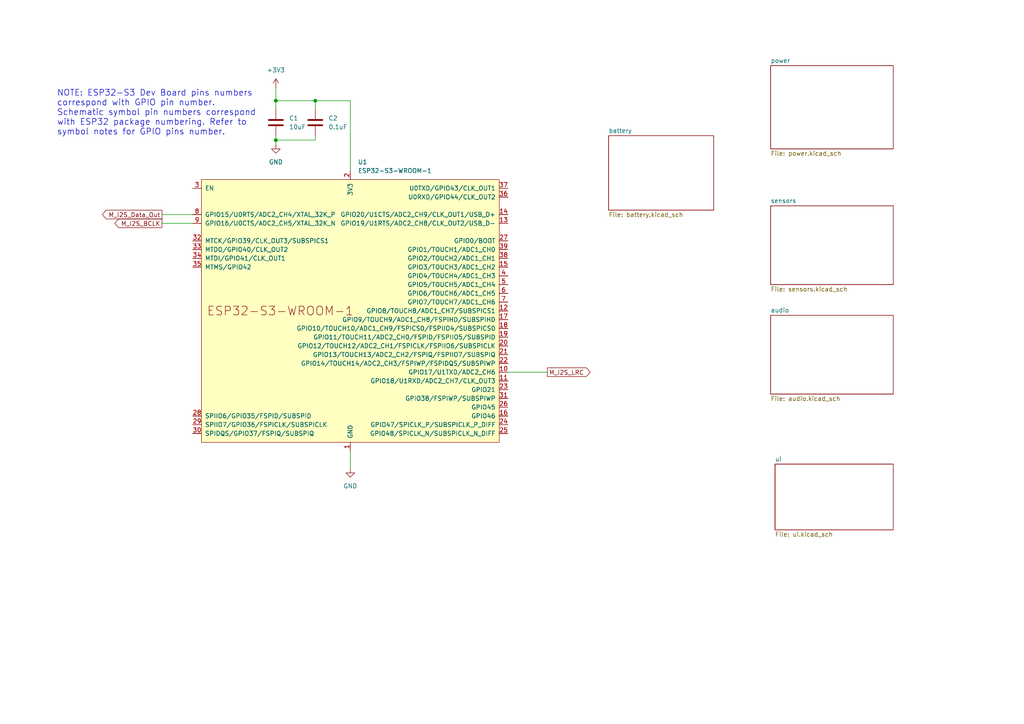
<source format=kicad_sch>
(kicad_sch (version 20230121) (generator eeschema)
  (paper "A4")
  (lib_symbols
    (symbol "Device:C" (pin_numbers hide) (pin_names (offset 0.254))
      (property "Reference" "C" (at 0.635 2.54 0))
      (property "Value" "C" (at 0.635 -2.54 0))
      (symbol "C_0_1"
        (polyline (pts (xy -2.032 -0.762) (xy 2.032 -0.762)) (stroke (width 0.508)))
        (polyline (pts (xy -2.032 0.762) (xy 2.032 0.762)) (stroke (width 0.508)))
      )
      (symbol "C_1_1"
        (pin passive line (at 0 3.81 270) (length 2.794) (name "~") (number "1"))
        (pin passive line (at 0 -3.81 90) (length 2.794) (name "~") (number "2"))
      )
    )
    (symbol "PCM_Espressif:ESP32-S3-WROOM-1" (pin_names (offset 1.016))
      (property "Reference" "U" (at -43.18 43.18 0))
      (property "Value" "ESP32-S3-WROOM-1" (at -43.18 40.64 0))
      (symbol "ESP32-S3-WROOM-1_0_0"
        (text "ESP32-S3-WROOM-1" (at -20.32 0 0) (effects (font (size 2.54 2.54))))
        (pin power_in line (at 0 -40.64 90) (length 2.54) (name "GND") (number "1"))
        (pin bidirectional line (at 45.72 -17.78 180) (length 2.54) (name "GPIO17/U1TXD/ADC2_CH6") (number "10"))
        (pin bidirectional line (at 45.72 -20.32 180) (length 2.54) (name "GPIO18/U1RXD/ADC2_CH7/CLK_OUT3") (number "11"))
        (pin bidirectional line (at 45.72 0 180) (length 2.54) (name "GPIO8/TOUCH8/ADC1_CH7/SUBSPICS1") (number "12"))
        (pin bidirectional line (at 45.72 25.4 180) (length 2.54) (name "GPIO19/U1RTS/ADC2_CH8/CLK_OUT2/USB_D-") (number "13"))
        (pin bidirectional line (at 45.72 27.94 180) (length 2.54) (name "GPIO20/U1CTS/ADC2_CH9/CLK_OUT1/USB_D+") (number "14"))
        (pin bidirectional line (at 45.72 12.7 180) (length 2.54) (name "GPIO3/TOUCH3/ADC1_CH2") (number "15"))
        (pin bidirectional line (at 45.72 -30.48 180) (length 2.54) (name "GPIO46") (number "16"))
        (pin bidirectional line (at 45.72 -2.54 180) (length 2.54) (name "GPIO9/TOUCH9/ADC1_CH8/FSPIHD/SUBSPIHD") (number "17"))
        (pin bidirectional line (at 45.72 -5.08 180) (length 2.54) (name "GPIO10/TOUCH10/ADC1_CH9/FSPICS0/FSPIIO4/SUBSPICS0") (number "18"))
        (pin bidirectional line (at 45.72 -7.62 180) (length 2.54) (name "GPIO11/TOUCH11/ADC2_CH0/FSPID/FSPIIO5/SUBSPID") (number "19"))
        (pin power_in line (at 0 40.64 270) (length 2.54) (name "3V3") (number "2"))
        (pin bidirectional line (at 45.72 -10.16 180) (length 2.54) (name "GPIO12/TOUCH12/ADC2_CH1/FSPICLK/FSPIIO6/SUBSPICLK") (number "20"))
        (pin bidirectional line (at 45.72 -12.7 180) (length 2.54) (name "GPIO13/TOUCH13/ADC2_CH2/FSPIQ/FSPIIO7/SUBSPIQ") (number "21"))
        (pin bidirectional line (at 45.72 -15.24 180) (length 2.54) (name "GPIO14/TOUCH14/ADC2_CH3/FSPIWP/FSPIDQS/SUBSPIWP") (number "22"))
        (pin bidirectional line (at 45.72 -22.86 180) (length 2.54) (name "GPIO21") (number "23"))
        (pin bidirectional line (at 45.72 -33.02 180) (length 2.54) (name "GPIO47/SPICLK_P/SUBSPICLK_P_DIFF") (number "24"))
        (pin bidirectional line (at 45.72 -35.56 180) (length 2.54) (name "GPIO48/SPICLK_N/SUBSPICLK_N_DIFF") (number "25"))
        (pin bidirectional line (at 45.72 -27.94 180) (length 2.54) (name "GPIO45") (number "26"))
        (pin bidirectional line (at 45.72 20.32 180) (length 2.54) (name "GPIO0/BOOT") (number "27"))
        (pin bidirectional line (at -45.72 -30.48 0) (length 2.54) (name "SPIIO6/GPIO35/FSPID/SUBSPID") (number "28"))
        (pin bidirectional line (at -45.72 -33.02 0) (length 2.54) (name "SPIIO7/GPIO36/FSPICLK/SUBSPICLK") (number "29"))
        (pin input line (at -45.72 35.56 0) (length 2.54) (name "EN") (number "3"))
        (pin bidirectional line (at -45.72 -35.56 0) (length 2.54) (name "SPIDQS/GPIO37/FSPIQ/SUBSPIQ") (number "30"))
        (pin bidirectional line (at 45.72 -25.4 180) (length 2.54) (name "GPIO38/FSPIWP/SUBSPIWP") (number "31"))
        (pin bidirectional line (at -45.72 20.32 0) (length 2.54) (name "MTCK/GPIO39/CLK_OUT3/SUBSPICS1") (number "32"))
        (pin bidirectional line (at -45.72 17.78 0) (length 2.54) (name "MTDO/GPIO40/CLK_OUT2") (number "33"))
        (pin bidirectional line (at -45.72 15.24 0) (length 2.54) (name "MTDI/GPIO41/CLK_OUT1") (number "34"))
        (pin bidirectional line (at -45.72 12.7 0) (length 2.54) (name "MTMS/GPIO42") (number "35"))
        (pin bidirectional line (at 45.72 33.02 180) (length 2.54) (name "U0RXD/GPIO44/CLK_OUT2") (number "36"))
        (pin bidirectional line (at 45.72 35.56 180) (length 2.54) (name "U0TXD/GPIO43/CLK_OUT1") (number "37"))
        (pin bidirectional line (at 45.72 15.24 180) (length 2.54) (name "GPIO2/TOUCH2/ADC1_CH1") (number "38"))
        (pin bidirectional line (at 45.72 17.78 180) (length 2.54) (name "GPIO1/TOUCH1/ADC1_CH0") (number "39"))
        (pin bidirectional line (at 45.72 10.16 180) (length 2.54) (name "GPIO4/TOUCH4/ADC1_CH3") (number "4"))
        (pin passive line (at 0 -40.64 90) (length 2.54) hide (name "GND") (number "40"))
        (pin passive line (at 0 -40.64 90) (length 2.54) hide (name "GND") (number "41"))
        (pin bidirectional line (at 45.72 7.62 180) (length 2.54) (name "GPIO5/TOUCH5/ADC1_CH4") (number "5"))
        (pin bidirectional line (at 45.72 5.08 180) (length 2.54) (name "GPIO6/TOUCH6/ADC1_CH5") (number "6"))
        (pin bidirectional line (at 45.72 2.54 180) (length 2.54) (name "GPIO7/TOUCH7/ADC1_CH6") (number "7"))
        (pin bidirectional line (at -45.72 27.94 0) (length 2.54) (name "GPIO15/U0RTS/ADC2_CH4/XTAL_32K_P") (number "8"))
        (pin bidirectional line (at -45.72 25.4 0) (length 2.54) (name "GPIO16/U0CTS/ADC2_CH5/XTAL_32K_N") (number "9"))
      )
      (symbol "ESP32-S3-WROOM-1_0_1"
        (rectangle (start -43.18 38.1) (end 43.18 -38.1) (fill (type background)))
      )
    )
    (symbol "power:+3V3" (power) (pin_names (offset 0))
      (property "Value" "+3V3" (at 0 3.556 0))
      (symbol "+3V3_0_1"
        (polyline (pts (xy -0.762 1.27) (xy 0 2.54)))
        (polyline (pts (xy 0 0) (xy 0 2.54)))
        (polyline (pts (xy 0 2.54) (xy 0.762 1.27)))
      )
      (symbol "+3V3_1_1"
        (pin power_in line (at 0 0 90) (length 0) hide (name "+3V3") (number "1"))
      )
    )
    (symbol "power:GND" (power) (pin_names (offset 0))
      (property "Value" "GND" (at 0 -3.81 0))
      (symbol "GND_0_1"
        (polyline (pts (xy 0 0) (xy 0 -1.27) (xy 1.27 -1.27) (xy 0 -2.54) (xy -1.27 -1.27) (xy 0 -1.27)))
      )
      (symbol "GND_1_1"
        (pin power_in line (at 0 0 270) (length 0) hide (name "GND") (number "1"))
      )
    )
  )
  (junction (at 80.01 40.64))
  (junction (at 91.44 29.21))
  (junction (at 80.01 29.21))
  (wire (pts (xy 80.01 39.37) (xy 80.01 40.64)))
  (wire (pts (xy 46.99 64.77) (xy 55.88 64.77)))
  (wire (pts (xy 80.01 29.21) (xy 80.01 31.75)))
  (wire (pts (xy 91.44 40.64) (xy 91.44 39.37)))
  (wire (pts (xy 46.99 62.23) (xy 55.88 62.23)))
  (wire (pts (xy 80.01 40.64) (xy 80.01 41.91)))
  (wire (pts (xy 91.44 29.21) (xy 101.6 29.21)))
  (wire (pts (xy 101.6 130.81) (xy 101.6 135.89)))
  (wire (pts (xy 80.01 25.4) (xy 80.01 29.21)))
  (wire (pts (xy 80.01 29.21) (xy 91.44 29.21)))
  (wire (pts (xy 80.01 40.64) (xy 91.44 40.64)))
  (wire (pts (xy 101.6 29.21) (xy 101.6 49.53)))
  (wire (pts (xy 91.44 29.21) (xy 91.44 31.75)))
  (wire (pts (xy 147.32 107.95) (xy 158.75 107.95)))
  (text "NOTE: ESP32-S3 Dev Board pins numbers\ncorrespond with GPIO pin number.\nSchematic symbol pin numbers correspond\nwith ESP32 package numbering. Refer to\nsymbol notes for GPIO pins number." (at 16.51 39.37 0) (effects (font (size 1.75 1.75)) (justify left bottom)))
  (global_label "M_I2S_Data_Out" (shape output) (at 46.99 62.23 180) (property "Intersheetrefs" "${INTERSHEET_REFS}" (effects hide)))
  (global_label "M_I2S_LRC" (shape output) (at 158.75 107.95 0) (property "Intersheetrefs" "${INTERSHEET_REFS}" (effects hide)))
  (global_label "M_I2S_BCLK" (shape output) (at 46.99 64.77 180) (property "Intersheetrefs" "${INTERSHEET_REFS}" (effects hide)))
  (symbol (lib_id "power:GND") (at 80.01 41.91 0) (unit 1)
    (property "Reference" "#PWR02" (effects hide))
    (property "Value" "GND" (at 80.01 46.99 0))
  )
  (symbol (lib_id "PCM_Espressif:ESP32-S3-WROOM-1") (at 101.6 90.17 0) (unit 1)
    (property "Reference" "U1" (at 103.7941 46.99 0) (effects (justify left)))
    (property "Value" "ESP32-S3-WROOM-1" (at 103.7941 49.53 0) (effects (justify left)))
    (property "Footprint" "PCM_Espressif:ESP32-S3-WROOM-1" (effects hide))
    (property "Datasheet" "https://www.espressif.com/sites/default/files/documentation/esp32-s3-wroom-1_wroom-1u_datasheet_en.pdf" (effects hide))
  )
  (symbol (lib_id "power:+3V3") (at 80.01 25.4 0) (unit 1)
    (property "Reference" "#PWR01" (effects hide))
    (property "Value" "+3V3" (at 80.01 20.32 0))
  )
  (symbol (lib_id "power:GND") (at 101.6 135.89 0) (unit 1)
    (property "Reference" "#PWR03" (effects hide))
    (property "Value" "GND" (at 101.6 140.97 0))
  )
  (symbol (lib_id "Device:C") (at 80.01 35.56 0) (unit 1)
    (property "Reference" "C1" (at 83.82 34.29 0) (effects (justify left)))
    (property "Value" "10uF" (at 83.82 36.83 0) (effects (justify left)))
  )
  (symbol (lib_id "Device:C") (at 91.44 35.56 0) (unit 1)
    (property "Reference" "C2" (at 95.25 34.29 0) (effects (justify left)))
    (property "Value" "0.1uF" (at 95.25 36.83 0) (effects (justify left)))
  )
  (sheet (at 223.52 91.44) (size 35.56 22.86) (stroke (width 0.1524))
    (property "Sheetname" "audio" (at 223.52 90.7284 0) (effects (justify left bottom)))
    (property "Sheetfile" "audio.kicad_sch" (at 223.52 114.8846 0) (effects (justify left top)))
  )
  (sheet (at 223.52 19.05) (size 35.56 24.13) (stroke (width 0.1524))
    (property "Sheetname" "power" (at 223.52 18.3384 0) (effects (justify left bottom)))
    (property "Sheetfile" "power.kicad_sch" (at 223.52 43.7646 0) (effects (justify left top)))
  )
  (sheet (at 176.53 39.37) (size 30.48 21.59) (stroke (width 0.1524))
    (property "Sheetname" "battery" (at 176.53 38.6584 0) (effects (justify left bottom)))
    (property "Sheetfile" "battery.kicad_sch" (at 176.53 61.5446 0) (effects (justify left top)))
  )
  (sheet (at 223.52 59.69) (size 35.56 22.86) (stroke (width 0.1524))
    (property "Sheetname" "sensors" (at 223.52 58.9784 0) (effects (justify left bottom)))
    (property "Sheetfile" "sensors.kicad_sch" (at 223.52 83.1346 0) (effects (justify left top)))
  )
  (sheet (at 224.79 134.62) (size 34.29 19.05) (stroke (width 0.1524))
    (property "Sheetname" "ui" (at 224.79 133.9084 0) (effects (justify left bottom)))
    (property "Sheetfile" "ui.kicad_sch" (at 224.79 154.2546 0) (effects (justify left top)))
  )
)
</source>
